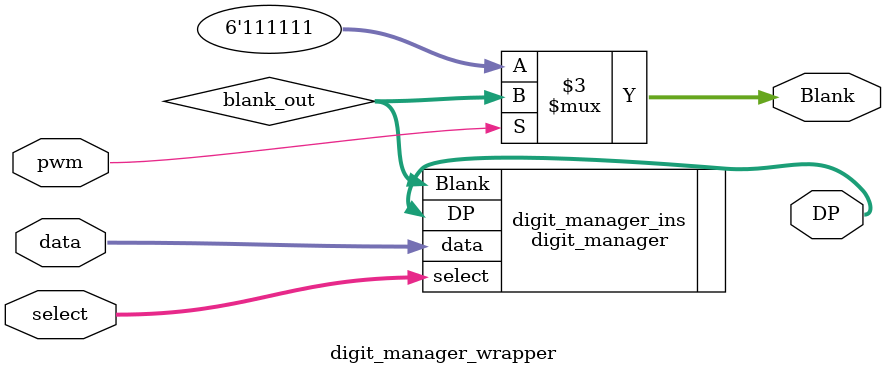
<source format=sv>
module digit_manager_wrapper
					(input logic [15:0] data,
					input logic [1:0] select,
                    input logic pwm,
					output logic [5:0] DP, // Decimal point flag for each display (gets inverted in SevenSeg)
					output logic [5:0] Blank // Blank display flag (1=blank, 0=display)
					);

    logic[5:0] blank_out;

    digit_manager digit_manager_ins(.data(data),
        .select(select),
        .DP(DP),
        .Blank(blank_out)
        );

    always_comb
        if(pwm)
            Blank = blank_out;
        else
            Blank = 6'b11_1111; // Blank display when pwm = 0
endmodule 
</source>
